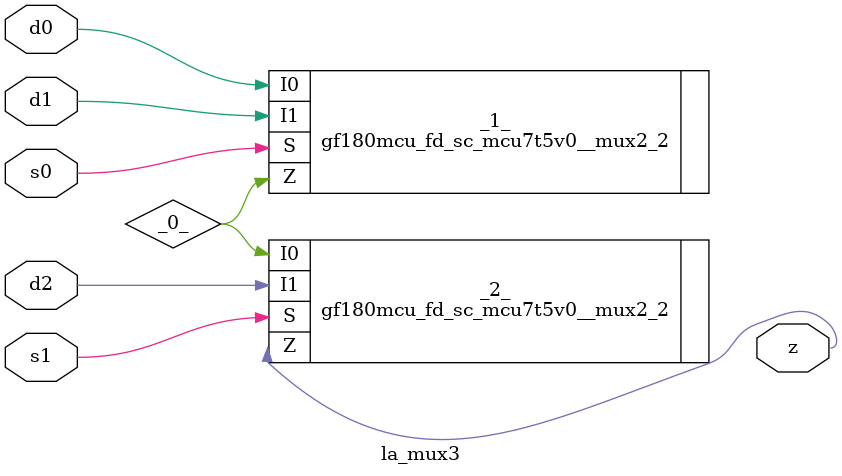
<source format=v>
/* Generated by Yosys 0.37 (git sha1 a5c7f69ed, clang 14.0.0-1ubuntu1.1 -fPIC -Os) */

module la_mux3(d0, d1, d2, s0, s1, z);
  wire _0_;
  input d0;
  wire d0;
  input d1;
  wire d1;
  input d2;
  wire d2;
  input s0;
  wire s0;
  input s1;
  wire s1;
  output z;
  wire z;
  gf180mcu_fd_sc_mcu7t5v0__mux2_2 _1_ (
    .I0(d0),
    .I1(d1),
    .S(s0),
    .Z(_0_)
  );
  gf180mcu_fd_sc_mcu7t5v0__mux2_2 _2_ (
    .I0(_0_),
    .I1(d2),
    .S(s1),
    .Z(z)
  );
endmodule

</source>
